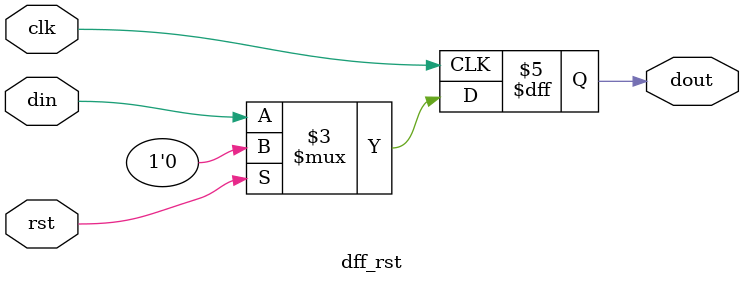
<source format=v>

module dff_rst
    (
    clk,
    rst,
    din,
    dout
    );

//------------------------------------------------------------------------------
//Parameters
parameter DW = 1'b1;
parameter RST_VL = {DW{1'b0}};
//------------------------------------------------------------------------------
// Port declarations
input               clk;
input               rst;
input [DW-1:0]	    din;
output [DW-1:0]	    dout;
//------------------------------------------------------------------------------
//internal signal
reg  [DW-1:0]	    dout;
//------------------------------------------------------------------------------
// FF
always @(posedge clk)
    begin
    if(rst)
        dout <= RST_VL;
    else
        dout <= din;
    end

endmodule 


</source>
